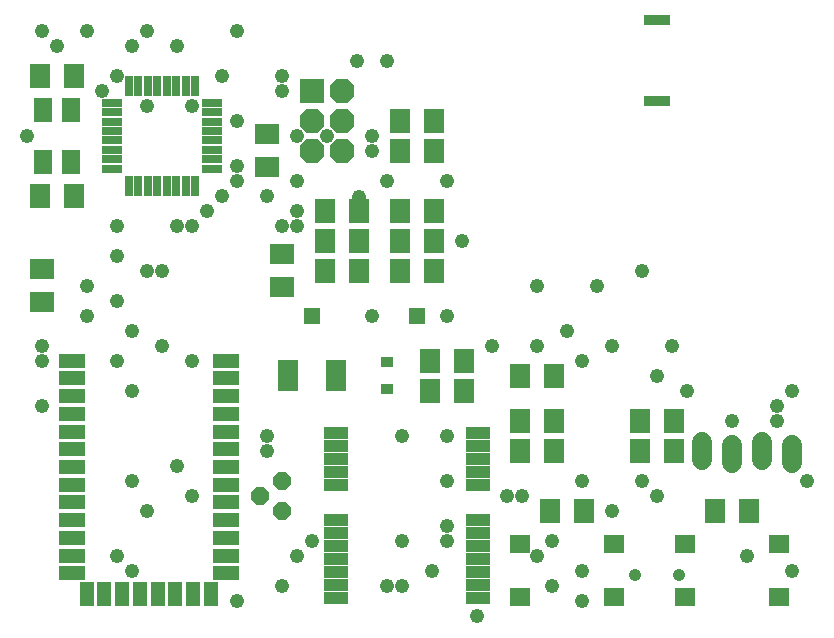
<source format=gts>
G75*
%MOIN*%
%OFA0B0*%
%FSLAX25Y25*%
%IPPOS*%
%LPD*%
%AMOC8*
5,1,8,0,0,1.08239X$1,22.5*
%
%ADD10R,0.07887X0.07099*%
%ADD11R,0.07099X0.07887*%
%ADD12R,0.04068X0.03280*%
%ADD13R,0.06800X0.02600*%
%ADD14R,0.08674X0.03753*%
%ADD15R,0.08200X0.08200*%
%ADD16OC8,0.08200*%
%ADD17R,0.07099X0.07898*%
%ADD18C,0.04146*%
%ADD19R,0.06312X0.08280*%
%ADD20R,0.06902X0.05918*%
%ADD21OC8,0.06000*%
%ADD22R,0.07887X0.03950*%
%ADD23R,0.05556X0.05556*%
%ADD24R,0.08674X0.04737*%
%ADD25R,0.04737X0.07887*%
%ADD26R,0.06600X0.02800*%
%ADD27R,0.02800X0.06600*%
%ADD28C,0.06800*%
%ADD29C,0.04762*%
D10*
X0027896Y0120835D03*
X0027896Y0131858D03*
X0102896Y0165835D03*
X0102896Y0176858D03*
X0107896Y0136858D03*
X0107896Y0125835D03*
D11*
X0122384Y0131346D03*
X0133408Y0131346D03*
X0133408Y0141346D03*
X0133408Y0151346D03*
X0122384Y0151346D03*
X0122384Y0141346D03*
X0147384Y0141346D03*
X0158408Y0141346D03*
X0158408Y0151346D03*
X0147384Y0151346D03*
X0147384Y0131346D03*
X0158408Y0131346D03*
X0157384Y0101346D03*
X0168408Y0101346D03*
X0187384Y0096346D03*
X0198408Y0096346D03*
X0198408Y0081346D03*
X0187384Y0081346D03*
X0197384Y0051346D03*
X0208408Y0051346D03*
X0227384Y0081346D03*
X0238408Y0081346D03*
X0252384Y0051346D03*
X0263408Y0051346D03*
X0158408Y0171346D03*
X0147384Y0171346D03*
X0147384Y0181346D03*
X0158408Y0181346D03*
X0038408Y0196346D03*
X0027384Y0196346D03*
X0027384Y0156346D03*
X0038408Y0156346D03*
D12*
X0142896Y0100874D03*
X0142896Y0091819D03*
D13*
X0125896Y0092546D03*
X0125896Y0095046D03*
X0125896Y0097646D03*
X0125896Y0100146D03*
X0109896Y0100146D03*
X0109896Y0097646D03*
X0109896Y0095046D03*
X0109896Y0092546D03*
D14*
X0232896Y0187961D03*
X0232896Y0214732D03*
D15*
X0117896Y0191346D03*
D16*
X0127896Y0191346D03*
X0127896Y0181346D03*
X0117896Y0181346D03*
X0117896Y0171346D03*
X0127896Y0171346D03*
D17*
X0157298Y0091346D03*
X0168494Y0091346D03*
X0187298Y0071346D03*
X0198494Y0071346D03*
X0227298Y0071346D03*
X0238494Y0071346D03*
D18*
X0240376Y0030008D03*
X0225416Y0030008D03*
D19*
X0037620Y0167685D03*
X0028172Y0167685D03*
X0028172Y0185008D03*
X0037620Y0185008D03*
D20*
X0187246Y0040205D03*
X0187246Y0022488D03*
X0218546Y0022488D03*
X0218546Y0040205D03*
X0242246Y0040205D03*
X0242246Y0022488D03*
X0273546Y0022488D03*
X0273546Y0040205D03*
D21*
X0107896Y0051346D03*
X0100396Y0056346D03*
X0107896Y0061346D03*
D22*
X0125849Y0060008D03*
X0125849Y0064339D03*
X0125849Y0068669D03*
X0125849Y0073000D03*
X0125849Y0077331D03*
X0125849Y0048197D03*
X0125849Y0043866D03*
X0125849Y0039535D03*
X0125849Y0035205D03*
X0125849Y0030874D03*
X0125849Y0026543D03*
X0125849Y0022213D03*
X0173093Y0022213D03*
X0173093Y0026543D03*
X0173093Y0030874D03*
X0173093Y0035205D03*
X0173093Y0039535D03*
X0173093Y0043866D03*
X0173093Y0048197D03*
X0173093Y0060008D03*
X0173093Y0064339D03*
X0173093Y0068669D03*
X0173093Y0073000D03*
X0173093Y0077331D03*
D23*
X0152896Y0116346D03*
X0117896Y0116346D03*
D24*
X0037896Y0030480D03*
X0037896Y0036386D03*
X0037896Y0042291D03*
X0037896Y0048197D03*
X0037896Y0054102D03*
X0037896Y0060008D03*
X0037896Y0065913D03*
X0037896Y0071819D03*
X0037896Y0077724D03*
X0037896Y0083630D03*
X0037896Y0089535D03*
X0037896Y0095441D03*
X0037896Y0101346D03*
X0089077Y0101346D03*
X0089077Y0095441D03*
X0089077Y0089535D03*
X0089077Y0083630D03*
X0089077Y0077724D03*
X0089077Y0071819D03*
X0089077Y0065913D03*
X0089077Y0060008D03*
X0089077Y0054102D03*
X0089077Y0048197D03*
X0089077Y0042291D03*
X0089077Y0036386D03*
X0089077Y0030480D03*
D25*
X0084156Y0023591D03*
X0078250Y0023591D03*
X0072345Y0023591D03*
X0066439Y0023591D03*
X0060534Y0023591D03*
X0054628Y0023591D03*
X0048723Y0023591D03*
X0042817Y0023591D03*
D26*
X0051196Y0165346D03*
X0051196Y0168446D03*
X0051196Y0171646D03*
X0051196Y0174746D03*
X0051196Y0177946D03*
X0051196Y0181046D03*
X0051196Y0184246D03*
X0051196Y0187346D03*
X0084596Y0187346D03*
X0084596Y0184246D03*
X0084596Y0181046D03*
X0084596Y0177946D03*
X0084596Y0174746D03*
X0084596Y0171646D03*
X0084596Y0168446D03*
X0084596Y0165346D03*
D27*
X0078896Y0159646D03*
X0075796Y0159646D03*
X0072596Y0159646D03*
X0069496Y0159646D03*
X0066296Y0159646D03*
X0063196Y0159646D03*
X0059996Y0159646D03*
X0056896Y0159646D03*
X0056896Y0193046D03*
X0059996Y0193046D03*
X0063196Y0193046D03*
X0066296Y0193046D03*
X0069496Y0193046D03*
X0072596Y0193046D03*
X0075796Y0193046D03*
X0078896Y0193046D03*
D28*
X0247896Y0074346D02*
X0247896Y0068346D01*
X0257896Y0067346D02*
X0257896Y0073346D01*
X0267896Y0074346D02*
X0267896Y0068346D01*
X0277896Y0067346D02*
X0277896Y0073346D01*
D29*
X0272896Y0081346D03*
X0272896Y0086346D03*
X0277896Y0091346D03*
X0257896Y0081346D03*
X0242896Y0091346D03*
X0232896Y0096346D03*
X0237896Y0106346D03*
X0217896Y0106346D03*
X0207896Y0101346D03*
X0202896Y0111346D03*
X0192896Y0106346D03*
X0177896Y0106346D03*
X0162896Y0116346D03*
X0137896Y0116346D03*
X0167896Y0141346D03*
X0192896Y0126346D03*
X0212896Y0126346D03*
X0227896Y0131346D03*
X0162896Y0161346D03*
X0142896Y0161346D03*
X0133408Y0155835D03*
X0137896Y0171346D03*
X0137896Y0176346D03*
X0122896Y0176346D03*
X0112896Y0176346D03*
X0107896Y0191346D03*
X0107896Y0196346D03*
X0092896Y0211346D03*
X0087896Y0196346D03*
X0077896Y0186346D03*
X0062896Y0186346D03*
X0052896Y0196346D03*
X0047896Y0191346D03*
X0057896Y0206346D03*
X0062896Y0211346D03*
X0072896Y0206346D03*
X0042896Y0211346D03*
X0032896Y0206346D03*
X0027896Y0211346D03*
X0022896Y0176346D03*
X0052896Y0146346D03*
X0052896Y0136346D03*
X0062896Y0131346D03*
X0067896Y0131346D03*
X0052896Y0121346D03*
X0042896Y0116346D03*
X0042896Y0126346D03*
X0057896Y0111346D03*
X0052896Y0101346D03*
X0057896Y0091346D03*
X0067896Y0106346D03*
X0077896Y0101346D03*
X0102896Y0076346D03*
X0102896Y0071346D03*
X0077896Y0056346D03*
X0072896Y0066346D03*
X0057896Y0061346D03*
X0062896Y0051346D03*
X0052896Y0036346D03*
X0057896Y0031346D03*
X0092896Y0021346D03*
X0107896Y0026346D03*
X0112896Y0036346D03*
X0117896Y0041346D03*
X0142896Y0026346D03*
X0147896Y0026346D03*
X0157896Y0031346D03*
X0162896Y0041346D03*
X0162896Y0046346D03*
X0147896Y0041346D03*
X0162896Y0061346D03*
X0162896Y0076346D03*
X0147896Y0076346D03*
X0182896Y0056346D03*
X0187896Y0056346D03*
X0197896Y0041346D03*
X0192896Y0036346D03*
X0197896Y0026346D03*
X0207896Y0021346D03*
X0207896Y0031346D03*
X0217896Y0051346D03*
X0207896Y0061346D03*
X0227896Y0061346D03*
X0232896Y0056346D03*
X0262896Y0036346D03*
X0277896Y0031346D03*
X0282896Y0061346D03*
X0172896Y0016346D03*
X0027896Y0086346D03*
X0027896Y0101346D03*
X0027896Y0106346D03*
X0072896Y0146346D03*
X0077896Y0146346D03*
X0082896Y0151346D03*
X0087896Y0156346D03*
X0092896Y0161346D03*
X0092896Y0166346D03*
X0102896Y0156346D03*
X0112896Y0151346D03*
X0112896Y0146346D03*
X0107896Y0146346D03*
X0112896Y0161346D03*
X0092896Y0181346D03*
X0132896Y0201346D03*
X0142896Y0201346D03*
M02*

</source>
